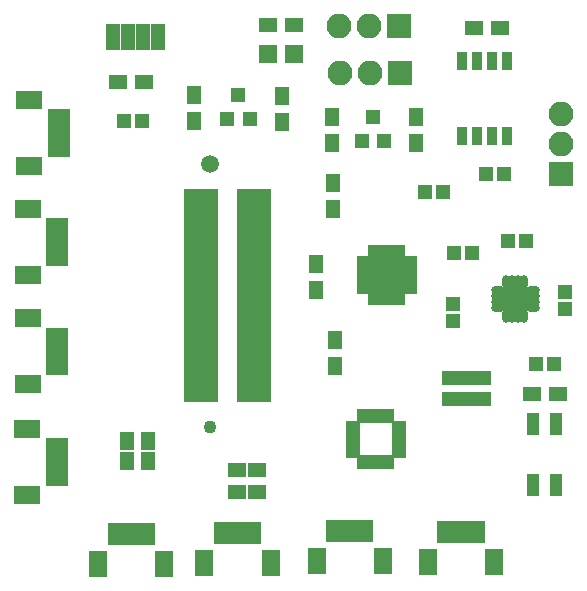
<source format=gts>
G04 #@! TF.FileFunction,Soldermask,Top*
%FSLAX46Y46*%
G04 Gerber Fmt 4.6, Leading zero omitted, Abs format (unit mm)*
G04 Created by KiCad (PCBNEW 4.0.5-e0-6337~49~ubuntu16.04.1) date Tue Feb 21 22:51:04 2017*
%MOMM*%
%LPD*%
G01*
G04 APERTURE LIST*
%ADD10C,0.100000*%
%ADD11R,1.200000X1.150000*%
%ADD12R,1.150000X1.200000*%
%ADD13R,1.600000X1.600000*%
%ADD14R,2.100000X2.100000*%
%ADD15O,2.100000X2.100000*%
%ADD16R,2.900000X0.750000*%
%ADD17C,1.100000*%
%ADD18C,1.500000*%
%ADD19R,1.200000X1.300000*%
%ADD20R,1.300000X1.600000*%
%ADD21R,1.600000X1.300000*%
%ADD22R,1.100000X1.850000*%
%ADD23R,1.250000X0.700000*%
%ADD24R,0.700000X1.250000*%
%ADD25R,1.950000X1.000000*%
%ADD26R,2.200000X1.600000*%
%ADD27R,1.200000X2.200000*%
%ADD28R,1.700000X1.700000*%
%ADD29O,1.150000X0.700000*%
%ADD30O,0.700000X1.150000*%
%ADD31R,1.300000X1.300000*%
%ADD32R,1.000000X1.950000*%
%ADD33R,1.600000X2.200000*%
%ADD34R,0.908000X1.543000*%
%ADD35R,1.200000X0.900000*%
%ADD36R,1.200000X0.800000*%
%ADD37R,0.900000X1.200000*%
%ADD38R,0.800000X1.200000*%
%ADD39R,0.700000X1.200000*%
G04 APERTURE END LIST*
D10*
D11*
X102350000Y-85660000D03*
X100850000Y-85660000D03*
X137210000Y-106210000D03*
X135710000Y-106210000D03*
X133017960Y-90106500D03*
X131517960Y-90106500D03*
D12*
X128690000Y-101100000D03*
X128690000Y-102600000D03*
D11*
X128760000Y-96830000D03*
X130260000Y-96830000D03*
X127810000Y-91670000D03*
X126310000Y-91670000D03*
D12*
X138160000Y-100070000D03*
X138160000Y-101570000D03*
D11*
X134856920Y-95791020D03*
X133356920Y-95791020D03*
D13*
X115200000Y-79930000D03*
X113000000Y-79930000D03*
D14*
X137807700Y-90124280D03*
D15*
X137807700Y-87584280D03*
X137807700Y-85044280D03*
D14*
X124165360Y-81559400D03*
D15*
X121625360Y-81559400D03*
X119085360Y-81559400D03*
D14*
X124068840Y-77604620D03*
D15*
X121528840Y-77604620D03*
X118988840Y-77604620D03*
D16*
X111868780Y-100711280D03*
X111868780Y-101311280D03*
X111868780Y-101911280D03*
X111868780Y-102511280D03*
X111868780Y-103111280D03*
X111868780Y-103711280D03*
X111868780Y-104311280D03*
X111868780Y-104911280D03*
X111868780Y-105511280D03*
X111868780Y-106111280D03*
X111868780Y-106711280D03*
X111868780Y-107311280D03*
X111868780Y-107911280D03*
X111868780Y-108511280D03*
X111868780Y-109111280D03*
X111868780Y-100111280D03*
X111868780Y-99511280D03*
X111868780Y-98911280D03*
X111868780Y-98311280D03*
X111868780Y-97711280D03*
X111868780Y-97111280D03*
X111868780Y-96511280D03*
X111868780Y-95911280D03*
X111868780Y-95311280D03*
X111868780Y-94711280D03*
X111868780Y-94111280D03*
X111868780Y-93511280D03*
X111868780Y-92911280D03*
X111868780Y-92311280D03*
X111868780Y-91711280D03*
X107368780Y-100711280D03*
X107368780Y-101311280D03*
X107368780Y-101911280D03*
X107368780Y-102511280D03*
X107368780Y-103111280D03*
X107368780Y-103711280D03*
X107368780Y-104311280D03*
X107368780Y-104911280D03*
X107368780Y-105511280D03*
X107368780Y-106111280D03*
X107368780Y-106711280D03*
X107368780Y-107311280D03*
X107368780Y-108511280D03*
X107368780Y-109111280D03*
X107368780Y-107911280D03*
X107368780Y-100111280D03*
X107368780Y-99511280D03*
X107368780Y-97711280D03*
X107368780Y-98911280D03*
X107368780Y-98311280D03*
X107368780Y-97111280D03*
X107368780Y-94711280D03*
X107368780Y-95911280D03*
X107368780Y-96511280D03*
X107368780Y-95311280D03*
X107368780Y-92311280D03*
X107368780Y-93511280D03*
X107368780Y-92911280D03*
X107368780Y-91711280D03*
X107368780Y-94111280D03*
D17*
X108118780Y-111511280D03*
D18*
X108118780Y-89311280D03*
D19*
X120960000Y-87300000D03*
X122860000Y-87300000D03*
X121910000Y-85300000D03*
X109570000Y-85430000D03*
X111470000Y-85430000D03*
X110520000Y-83430000D03*
D20*
X118730000Y-104210000D03*
X118730000Y-106410000D03*
D21*
X102530000Y-82300000D03*
X100330000Y-82300000D03*
D20*
X125560000Y-85260000D03*
X125560000Y-87460000D03*
D21*
X135390000Y-108780000D03*
X137590000Y-108780000D03*
X115220000Y-77490000D03*
X113020000Y-77490000D03*
D20*
X118420000Y-87520000D03*
X118420000Y-85320000D03*
X114220000Y-83510000D03*
X114220000Y-85710000D03*
X106750000Y-85610000D03*
X106750000Y-83410000D03*
X117080000Y-99900000D03*
X117080000Y-97700000D03*
X118521480Y-90893720D03*
X118521480Y-93093720D03*
D21*
X130451680Y-77721460D03*
X132651680Y-77721460D03*
D22*
X135428480Y-111280580D03*
X135428480Y-116440580D03*
X137428480Y-116440580D03*
X137428480Y-111280580D03*
D23*
X120190000Y-111330000D03*
X120190000Y-111830000D03*
X120190000Y-112330000D03*
X120190000Y-112830000D03*
X120190000Y-113330000D03*
X120190000Y-113830000D03*
D24*
X120890000Y-114530000D03*
X121390000Y-114530000D03*
X121890000Y-114530000D03*
X122390000Y-114530000D03*
X122890000Y-114530000D03*
X123390000Y-114530000D03*
D23*
X124090000Y-113830000D03*
X124090000Y-113330000D03*
X124090000Y-112830000D03*
X124090000Y-112330000D03*
X124090000Y-111830000D03*
X124090000Y-111330000D03*
D24*
X123390000Y-110630000D03*
X122890000Y-110630000D03*
X122390000Y-110630000D03*
X121890000Y-110630000D03*
X121390000Y-110630000D03*
X120890000Y-110630000D03*
D25*
X95182500Y-106630000D03*
X95182500Y-105630000D03*
X95182500Y-104630000D03*
X95182500Y-103630000D03*
D26*
X92657500Y-107930000D03*
X92657500Y-102330000D03*
D25*
X95138360Y-115993040D03*
X95138360Y-114993040D03*
X95138360Y-113993040D03*
X95138360Y-112993040D03*
D26*
X92613360Y-117293040D03*
X92613360Y-111693040D03*
D27*
X99935000Y-78518000D03*
X101205000Y-78518000D03*
X102475000Y-78518000D03*
X103745000Y-78518000D03*
D23*
X121110000Y-97410000D03*
X121110000Y-97910000D03*
X121110000Y-98410000D03*
X121110000Y-98910000D03*
X121110000Y-99410000D03*
X121110000Y-99910000D03*
D24*
X121810000Y-100610000D03*
X122310000Y-100610000D03*
X122810000Y-100610000D03*
X123310000Y-100610000D03*
X123810000Y-100610000D03*
X124310000Y-100610000D03*
D23*
X125010000Y-99910000D03*
X125010000Y-99410000D03*
X125010000Y-98910000D03*
X125010000Y-98410000D03*
X125010000Y-97910000D03*
X125010000Y-97410000D03*
D24*
X124310000Y-96710000D03*
X123810000Y-96710000D03*
X123310000Y-96710000D03*
X122810000Y-96710000D03*
X122310000Y-96710000D03*
X121810000Y-96710000D03*
D28*
X123710000Y-99310000D03*
X123710000Y-98010000D03*
X122410000Y-99310000D03*
X122410000Y-98010000D03*
D29*
X132481640Y-99947880D03*
X132481640Y-100447880D03*
X132481640Y-100947880D03*
X132481640Y-101447880D03*
D30*
X133206640Y-102172880D03*
X133706640Y-102172880D03*
X134206640Y-102172880D03*
X134706640Y-102172880D03*
D29*
X135431640Y-101447880D03*
X135431640Y-100947880D03*
X135431640Y-100447880D03*
X135431640Y-99947880D03*
D30*
X134706640Y-99222880D03*
X134206640Y-99222880D03*
X133706640Y-99222880D03*
X133206640Y-99222880D03*
D31*
X134406640Y-101147880D03*
X134406640Y-100247880D03*
X133506640Y-101147880D03*
X133506640Y-100247880D03*
D32*
X102945060Y-120606700D03*
X101945060Y-120606700D03*
X100945060Y-120606700D03*
X99945060Y-120606700D03*
D33*
X104245060Y-123131700D03*
X98645060Y-123131700D03*
D32*
X111940000Y-120497500D03*
X110940000Y-120497500D03*
X109940000Y-120497500D03*
X108940000Y-120497500D03*
D33*
X113240000Y-123022500D03*
X107640000Y-123022500D03*
D32*
X130850000Y-120457500D03*
X129850000Y-120457500D03*
X128850000Y-120457500D03*
X127850000Y-120457500D03*
D33*
X132150000Y-122982500D03*
X126550000Y-122982500D03*
D32*
X121440000Y-120337500D03*
X120440000Y-120337500D03*
X119440000Y-120337500D03*
X118440000Y-120337500D03*
D33*
X122740000Y-122862500D03*
X117140000Y-122862500D03*
D25*
X95182500Y-97370000D03*
X95182500Y-96370000D03*
X95182500Y-95370000D03*
X95182500Y-94370000D03*
D26*
X92657500Y-98670000D03*
X92657500Y-93070000D03*
D25*
X95312500Y-88140000D03*
X95312500Y-87140000D03*
X95312500Y-86140000D03*
X95312500Y-85140000D03*
D26*
X92787500Y-89440000D03*
X92787500Y-83840000D03*
D34*
X129453640Y-80558640D03*
X130723640Y-80558640D03*
X131993640Y-80558640D03*
X133263640Y-80558640D03*
X133263640Y-86908640D03*
X131993640Y-86908640D03*
X130723640Y-86908640D03*
X129453640Y-86908640D03*
D35*
X102870000Y-114760000D03*
D36*
X102870000Y-113160000D03*
X102870000Y-113960000D03*
D35*
X102870000Y-112360000D03*
D36*
X101070000Y-113960000D03*
D35*
X101070000Y-114760000D03*
D36*
X101070000Y-113160000D03*
D35*
X101070000Y-112360000D03*
D37*
X112460000Y-115200000D03*
D38*
X110860000Y-115200000D03*
X111660000Y-115200000D03*
D37*
X110060000Y-115200000D03*
D38*
X111660000Y-117000000D03*
D37*
X112460000Y-117000000D03*
D38*
X110860000Y-117000000D03*
D37*
X110060000Y-117000000D03*
D39*
X128050000Y-109210000D03*
X128050000Y-107410000D03*
X131550000Y-109210000D03*
X131550000Y-107410000D03*
X128550000Y-109210000D03*
X129050000Y-109210000D03*
X129550000Y-109210000D03*
X130050000Y-109210000D03*
X130550000Y-109210000D03*
X131050000Y-109210000D03*
X128550000Y-107410000D03*
X129050000Y-107410000D03*
X129550000Y-107410000D03*
X130550000Y-107410000D03*
X130050000Y-107410000D03*
X131050000Y-107410000D03*
M02*

</source>
